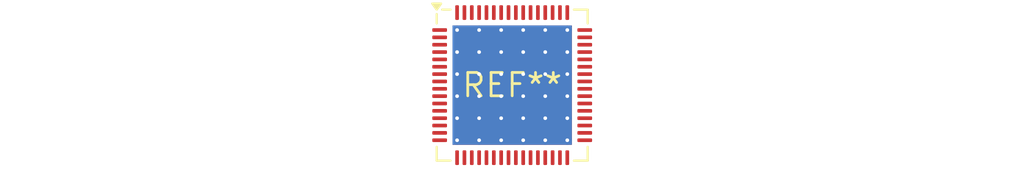
<source format=kicad_pcb>
(kicad_pcb (version 20240108) (generator pcbnew)
  (layers (0 "F.Cu" signal) (31 "B.Cu" signal) (34 "B.Paste" user) (35 "F.Paste" user) (36 "B.SilkS" user "B.Silkscreen") (37 "F.SilkS" user "F.Silkscreen") (38 "B.Mask" user) (39 "F.Mask" user) (44 "Edge.Cuts" user))
  (net 0 "")
  (footprint "QFN-64-1EP_8x8mm_P0.4mm_EP6.5x6.5mm_ThermalVias" (layer "F.Cu") (at 0 0)
    (property "Reference" "REF**")
    (property "Value" "QFN-64-1EP_8x8mm_P0.4mm_EP6.5x6.5mm_ThermalVias")
    (fp_line (start -4.11 -3.36) (end -4.11 -3.87) (layer "F.SilkS") (stroke (width 0.12)))
    (fp_line (start -4.11 4.11) (end -4.11 3.36) (layer "F.SilkS") (stroke (width 0.12)))
    (fp_line (start -3.36 -4.11) (end -3.81 -4.11) (layer "F.SilkS") (stroke (width 0.12)))
    (fp_line (start -3.36 4.11) (end -4.11 4.11) (layer "F.SilkS") (stroke (width 0.12)))
    (fp_line (start 3.36 -4.11) (end 4.11 -4.11) (layer "F.SilkS") (stroke (width 0.12)))
    (fp_line (start 3.36 4.11) (end 4.11 4.11) (layer "F.SilkS") (stroke (width 0.12)))
    (fp_line (start 4.11 -4.11) (end 4.11 -3.36) (layer "F.SilkS") (stroke (width 0.12)))
    (fp_line (start 4.11 4.11) (end 4.11 3.36) (layer "F.SilkS") (stroke (width 0.12)))
    (fp_poly (pts (xy -4.11 -4.11) (xy -4.35 -4.44) (xy -3.87 -4.44) (xy -4.11 -4.11)) (layer "F.SilkS") (stroke (width 0.12)) (fill solid))
    (pad "1" smd roundrect (at -3.95 -3) (size 0.8 0.2) (layers "F.Cu" "F.Paste" "F.Mask"))
    (pad "2" smd roundrect (at -3.95 -2.6) (size 0.8 0.2) (layers "F.Cu" "F.Paste" "F.Mask"))
    (pad "3" smd roundrect (at -3.95 -2.2) (size 0.8 0.2) (layers "F.Cu" "F.Paste" "F.Mask"))
    (pad "4" smd roundrect (at -3.95 -1.8) (size 0.8 0.2) (layers "F.Cu" "F.Paste" "F.Mask"))
    (pad "5" smd roundrect (at -3.95 -1.4) (size 0.8 0.2) (layers "F.Cu" "F.Paste" "F.Mask"))
    (pad "6" smd roundrect (at -3.95 -1) (size 0.8 0.2) (layers "F.Cu" "F.Paste" "F.Mask"))
    (pad "7" smd roundrect (at -3.95 -0.6) (size 0.8 0.2) (layers "F.Cu" "F.Paste" "F.Mask"))
    (pad "8" smd roundrect (at -3.95 -0.2) (size 0.8 0.2) (layers "F.Cu" "F.Paste" "F.Mask"))
    (pad "9" smd roundrect (at -3.95 0.2) (size 0.8 0.2) (layers "F.Cu" "F.Paste" "F.Mask"))
    (pad "10" smd roundrect (at -3.95 0.6) (size 0.8 0.2) (layers "F.Cu" "F.Paste" "F.Mask"))
    (pad "11" smd roundrect (at -3.95 1) (size 0.8 0.2) (layers "F.Cu" "F.Paste" "F.Mask"))
    (pad "12" smd roundrect (at -3.95 1.4) (size 0.8 0.2) (layers "F.Cu" "F.Paste" "F.Mask"))
    (pad "13" smd roundrect (at -3.95 1.8) (size 0.8 0.2) (layers "F.Cu" "F.Paste" "F.Mask"))
    (pad "14" smd roundrect (at -3.95 2.2) (size 0.8 0.2) (layers "F.Cu" "F.Paste" "F.Mask"))
    (pad "15" smd roundrect (at -3.95 2.6) (size 0.8 0.2) (layers "F.Cu" "F.Paste" "F.Mask"))
    (pad "16" smd roundrect (at -3.95 3) (size 0.8 0.2) (layers "F.Cu" "F.Paste" "F.Mask"))
    (pad "17" smd roundrect (at -3 3.95) (size 0.2 0.8) (layers "F.Cu" "F.Paste" "F.Mask"))
    (pad "18" smd roundrect (at -2.6 3.95) (size 0.2 0.8) (layers "F.Cu" "F.Paste" "F.Mask"))
    (pad "19" smd roundrect (at -2.2 3.95) (size 0.2 0.8) (layers "F.Cu" "F.Paste" "F.Mask"))
    (pad "20" smd roundrect (at -1.8 3.95) (size 0.2 0.8) (layers "F.Cu" "F.Paste" "F.Mask"))
    (pad "21" smd roundrect (at -1.4 3.95) (size 0.2 0.8) (layers "F.Cu" "F.Paste" "F.Mask"))
    (pad "22" smd roundrect (at -1 3.95) (size 0.2 0.8) (layers "F.Cu" "F.Paste" "F.Mask"))
    (pad "23" smd roundrect (at -0.6 3.95) (size 0.2 0.8) (layers "F.Cu" "F.Paste" "F.Mask"))
    (pad "24" smd roundrect (at -0.2 3.95) (size 0.2 0.8) (layers "F.Cu" "F.Paste" "F.Mask"))
    (pad "25" smd roundrect (at 0.2 3.95) (size 0.2 0.8) (layers "F.Cu" "F.Paste" "F.Mask"))
    (pad "26" smd roundrect (at 0.6 3.95) (size 0.2 0.8) (layers "F.Cu" "F.Paste" "F.Mask"))
    (pad "27" smd roundrect (at 1 3.95) (size 0.2 0.8) (layers "F.Cu" "F.Paste" "F.Mask"))
    (pad "28" smd roundrect (at 1.4 3.95) (size 0.2 0.8) (layers "F.Cu" "F.Paste" "F.Mask"))
    (pad "29" smd roundrect (at 1.8 3.95) (size 0.2 0.8) (layers "F.Cu" "F.Paste" "F.Mask"))
    (pad "30" smd roundrect (at 2.2 3.95) (size 0.2 0.8) (layers "F.Cu" "F.Paste" "F.Mask"))
    (pad "31" smd roundrect (at 2.6 3.95) (size 0.2 0.8) (layers "F.Cu" "F.Paste" "F.Mask"))
    (pad "32" smd roundrect (at 3 3.95) (size 0.2 0.8) (layers "F.Cu" "F.Paste" "F.Mask"))
    (pad "33" smd roundrect (at 3.95 3) (size 0.8 0.2) (layers "F.Cu" "F.Paste" "F.Mask"))
    (pad "34" smd roundrect (at 3.95 2.6) (size 0.8 0.2) (layers "F.Cu" "F.Paste" "F.Mask"))
    (pad "35" smd roundrect (at 3.95 2.2) (size 0.8 0.2) (layers "F.Cu" "F.Paste" "F.Mask"))
    (pad "36" smd roundrect (at 3.95 1.8) (size 0.8 0.2) (layers "F.Cu" "F.Paste" "F.Mask"))
    (pad "37" smd roundrect (at 3.95 1.4) (size 0.8 0.2) (layers "F.Cu" "F.Paste" "F.Mask"))
    (pad "38" smd roundrect (at 3.95 1) (size 0.8 0.2) (layers "F.Cu" "F.Paste" "F.Mask"))
    (pad "39" smd roundrect (at 3.95 0.6) (size 0.8 0.2) (layers "F.Cu" "F.Paste" "F.Mask"))
    (pad "40" smd roundrect (at 3.95 0.2) (size 0.8 0.2) (layers "F.Cu" "F.Paste" "F.Mask"))
    (pad "41" smd roundrect (at 3.95 -0.2) (size 0.8 0.2) (layers "F.Cu" "F.Paste" "F.Mask"))
    (pad "42" smd roundrect (at 3.95 -0.6) (size 0.8 0.2) (layers "F.Cu" "F.Paste" "F.Mask"))
    (pad "43" smd roundrect (at 3.95 -1) (size 0.8 0.2) (layers "F.Cu" "F.Paste" "F.Mask"))
    (pad "44" smd roundrect (at 3.95 -1.4) (size 0.8 0.2) (layers "F.Cu" "F.Paste" "F.Mask"))
    (pad "45" smd roundrect (at 3.95 -1.8) (size 0.8 0.2) (layers "F.Cu" "F.Paste" "F.Mask"))
    (pad "46" smd roundrect (at 3.95 -2.2) (size 0.8 0.2) (layers "F.Cu" "F.Paste" "F.Mask"))
    (pad "47" smd roundrect (at 3.95 -2.6) (size 0.8 0.2) (layers "F.Cu" "F.Paste" "F.Mask"))
    (pad "48" smd roundrect (at 3.95 -3) (size 0.8 0.2) (layers "F.Cu" "F.Paste" "F.Mask"))
    (pad "49" smd roundrect (at 3 -3.95) (size 0.2 0.8) (layers "F.Cu" "F.Paste" "F.Mask"))
    (pad "50" smd roundrect (at 2.6 -3.95) (size 0.2 0.8) (layers "F.Cu" "F.Paste" "F.Mask"))
    (pad "51" smd roundrect (at 2.2 -3.95) (size 0.2 0.8) (layers "F.Cu" "F.Paste" "F.Mask"))
    (pad "52" smd roundrect (at 1.8 -3.95) (size 0.2 0.8) (layers "F.Cu" "F.Paste" "F.Mask"))
    (pad "53" smd roundrect (at 1.4 -3.95) (size 0.2 0.8) (layers "F.Cu" "F.Paste" "F.Mask"))
    (pad "54" smd roundrect (at 1 -3.95) (size 0.2 0.8) (layers "F.Cu" "F.Paste" "F.Mask"))
    (pad "55" smd roundrect (at 0.6 -3.95) (size 0.2 0.8) (layers "F.Cu" "F.Paste" "F.Mask"))
    (pad "56" smd roundrect (at 0.2 -3.95) (size 0.2 0.8) (layers "F.Cu" "F.Paste" "F.Mask"))
    (pad "57" smd roundrect (at -0.2 -3.95) (size 0.2 0.8) (layers "F.Cu" "F.Paste" "F.Mask"))
    (pad "58" smd roundrect (at -0.6 -3.95) (size 0.2 0.8) (layers "F.Cu" "F.Paste" "F.Mask"))
    (pad "59" smd roundrect (at -1 -3.95) (size 0.2 0.8) (layers "F.Cu" "F.Paste" "F.Mask"))
    (pad "60" smd roundrect (at -1.4 -3.95) (size 0.2 0.8) (layers "F.Cu" "F.Paste" "F.Mask"))
    (pad "61" smd roundrect (at -1.8 -3.95) (size 0.2 0.8) (layers "F.Cu" "F.Paste" "F.Mask"))
    (pad "62" smd roundrect (at -2.2 -3.95) (size 0.2 0.8) (layers "F.Cu" "F.Paste" "F.Mask"))
    (pad "63" smd roundrect (at -2.6 -3.95) (size 0.2 0.8) (layers "F.Cu" "F.Paste" "F.Mask"))
    (pad "64" smd roundrect (at -3 -3.95) (size 0.2 0.8) (layers "F.Cu" "F.Paste" "F.Mask"))
    (pad "65" thru_hole circle (at -3 -3) (size 0.5 0.5) (drill 0.2) (property pad_prop_heatsink) (layers *.Cu) (remove_unused_layers))
    (pad "65" thru_hole circle (at -3 -1.8) (size 0.5 0.5) (drill 0.2) (property pad_prop_heatsink) (layers *.Cu) (remove_unused_layers))
    (pad "65" thru_hole circle (at -3 -0.6) (size 0.5 0.5) (drill 0.2) (property pad_prop_heatsink) (layers *.Cu) (remove_unused_layers))
    (pad "65" thru_hole circle (at -3 0.6) (size 0.5 0.5) (drill 0.2) (property pad_prop_heatsink) (layers *.Cu) (remove_unused_layers))
    (pad "65" thru_hole circle (at -3 1.8) (size 0.5 0.5) (drill 0.2) (property pad_prop_heatsink) (layers *.Cu) (remove_unused_layers))
    (pad "65" thru_hole circle (at -3 3) (size 0.5 0.5) (drill 0.2) (property pad_prop_heatsink) (layers *.Cu) (remove_unused_layers))
    (pad "65" thru_hole circle (at -1.8 -3) (size 0.5 0.5) (drill 0.2) (property pad_prop_heatsink) (layers *.Cu) (remove_unused_layers))
    (pad "65" thru_hole circle (at -1.8 -1.8) (size 0.5 0.5) (drill 0.2) (property pad_prop_heatsink) (layers *.Cu) (remove_unused_layers))
    (pad "65" thru_hole circle (at -1.8 -0.6) (size 0.5 0.5) (drill 0.2) (property pad_prop_heatsink) (layers *.Cu) (remove_unused_layers))
    (pad "65" thru_hole circle (at -1.8 0.6) (size 0.5 0.5) (drill 0.2) (property pad_prop_heatsink) (layers *.Cu) (remove_unused_layers))
    (pad "65" thru_hole circle (at -1.8 1.8) (size 0.5 0.5) (drill 0.2) (property pad_prop_heatsink) (layers *.Cu) (remove_unused_layers))
    (pad "65" thru_hole circle (at -1.8 3) (size 0.5 0.5) (drill 0.2) (property pad_prop_heatsink) (layers *.Cu) (remove_unused_layers))
    (pad "65" thru_hole circle (at -0.6 -3) (size 0.5 0.5) (drill 0.2) (property pad_prop_heatsink) (layers *.Cu) (remove_unused_layers))
    (pad "65" thru_hole circle (at -0.6 -1.8) (size 0.5 0.5) (drill 0.2) (property pad_prop_heatsink) (layers *.Cu) (remove_unused_layers))
    (pad "65" thru_hole circle (at -0.6 -0.6) (size 0.5 0.5) (drill 0.2) (property pad_prop_heatsink) (layers *.Cu) (remove_unused_layers))
    (pad "65" thru_hole circle (at -0.6 0.6) (size 0.5 0.5) (drill 0.2) (property pad_prop_heatsink) (layers *.Cu) (remove_unused_layers))
    (pad "65" thru_hole circle (at -0.6 1.8) (size 0.5 0.5) (drill 0.2) (property pad_prop_heatsink) (layers *.Cu) (remove_unused_layers))
    (pad "65" thru_hole circle (at -0.6 3) (size 0.5 0.5) (drill 0.2) (property pad_prop_heatsink) (layers *.Cu) (remove_unused_layers))
    (pad "65" smd rect (at 0 0) (size 6.5 6.5) (property pad_prop_heatsink) (layers "F.Cu" "F.Mask"))
    (pad "65" smd rect (at 0 0) (size 6.5 6.5) (property pad_prop_heatsink) (layers "B.Cu"))
    (pad "65" thru_hole circle (at 0.6 -3) (size 0.5 0.5) (drill 0.2) (property pad_prop_heatsink) (layers *.Cu) (remove_unused_layers))
    (pad "65" thru_hole circle (at 0.6 -1.8) (size 0.5 0.5) (drill 0.2) (property pad_prop_heatsink) (layers *.Cu) (remove_unused_layers))
    (pad "65" thru_hole circle (at 0.6 -0.6) (size 0.5 0.5) (drill 0.2) (property pad_prop_heatsink) (layers *.Cu) (remove_unused_layers))
    (pad "65" thru_hole circle (at 0.6 0.6) (size 0.5 0.5) (drill 0.2) (property pad_prop_heatsink) (layers *.Cu) (remove_unused_layers))
    (pad "65" thru_hole circle (at 0.6 1.8) (size 0.5 0.5) (drill 0.2) (property pad_prop_heatsink) (layers *.Cu) (remove_unused_layers))
    (pad "65" thru_hole circle (at 0.6 3) (size 0.5 0.5) (drill 0.2) (property pad_prop_heatsink) (layers *.Cu) (remove_unused_layers))
    (pad "65" thru_hole circle (at 1.8 -3) (size 0.5 0.5) (drill 0.2) (property pad_prop_heatsink) (layers *.Cu) (remove_unused_layers))
    (pad "65" thru_hole circle (at 1.8 -1.8) (size 0.5 0.5) (drill 0.2) (property pad_prop_heatsink) (layers *.Cu) (remove_unused_layers))
    (pad "65" thru_hole circle (at 1.8 -0.6) (size 0.5 0.5) (drill 0.2) (property pad_prop_heatsink) (layers *.Cu) (remove_unused_layers))
    (pad "65" thru_hole circle (at 1.8 0.6) (size 0.5 0.5) (drill 0.2) (property pad_prop_heatsink) (layers *.Cu) (remove_unused_layers))
    (pad "65" thru_hole circle (at 1.8 1.8) (size 0.5 0.5) (drill 0.2) (property pad_prop_heatsink) (layers *.Cu) (remove_unused_layers))
    (pad "65" thru_hole circle (at 1.8 3) (size 0.5 0.5) (drill 0.2) (property pad_prop_heatsink) (layers *.Cu) (remove_unused_layers))
    (pad "65" thru_hole circle (at 3 -3) (size 0.5 0.5) (drill 0.2) (property pad_prop_heatsink) (layers *.Cu) (remove_unused_layers))
    (pad "65" thru_hole circle (at 3 -1.8) (size 0.5 0.5) (drill 0.2) (property pad_prop_heatsink) (layers *.Cu) (remove_unused_layers))
    (pad "65" thru_hole circle (at 3 -0.6) (size 0.5 0.5) (drill 0.2) (property pad_prop_heatsink) (layers *.Cu) (remove_unused_layers))
    (pad "65" thru_hole circle (at 3 0.6) (size 0.5 0.5) (drill 0.2) (property pad_prop_heatsink) (layers *.Cu) (remove_unused_layers))
    (pad "65" thru_hole circle (at 3 1.8) (size 0.5 0.5) (drill 0.2) (property pad_prop_heatsink) (layers *.Cu) (remove_unused_layers))
    (pad "65" thru_hole circle (at 3 3) (size 0.5 0.5) (drill 0.2) (property pad_prop_heatsink) (layers *.Cu) (remove_unused_layers))
  )
)
</source>
